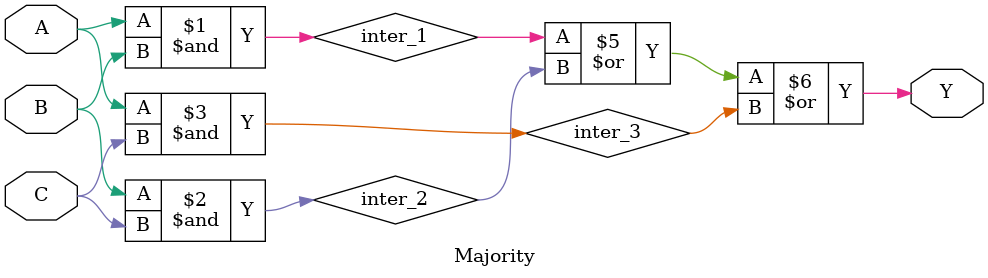
<source format=v>
  	                                            		
module Majority (A, B, C, Y);                 	
   input  A, B, C;			
   output Y; 

   reg Y;

   wire inter_1, inter_2, inter_3;  

   assign inter_1 = A & B;
   assign inter_2 = B & C;
   assign inter_3 = A & C;

   always@(A or B or C)
   begin
       Y = inter_1 | inter_2 | inter_3;
   end         		
                   	          	
// student code here


endmodule // Majority  




    
</source>
